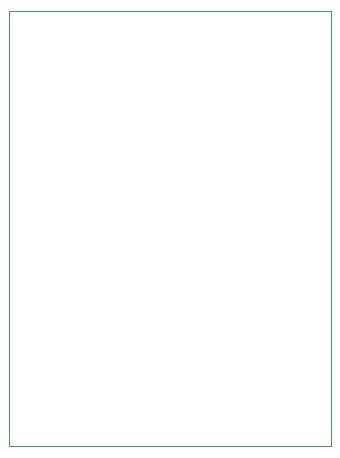
<source format=gbr>
%TF.GenerationSoftware,KiCad,Pcbnew,5.1.7*%
%TF.CreationDate,2020-10-30T13:38:14+01:00*%
%TF.ProjectId,silly-sound-bastard,73696c6c-792d-4736-9f75-6e642d626173,rev?*%
%TF.SameCoordinates,Original*%
%TF.FileFunction,Profile,NP*%
%FSLAX46Y46*%
G04 Gerber Fmt 4.6, Leading zero omitted, Abs format (unit mm)*
G04 Created by KiCad (PCBNEW 5.1.7) date 2020-10-30 13:38:14*
%MOMM*%
%LPD*%
G01*
G04 APERTURE LIST*
%TA.AperFunction,Profile*%
%ADD10C,0.100000*%
%TD*%
G04 APERTURE END LIST*
D10*
X83820000Y-55245000D02*
X83820000Y-92075000D01*
X56515000Y-55245000D02*
X83820000Y-55245000D01*
X56515000Y-92075000D02*
X56515000Y-55245000D01*
X83820000Y-92075000D02*
X56515000Y-92075000D01*
M02*

</source>
